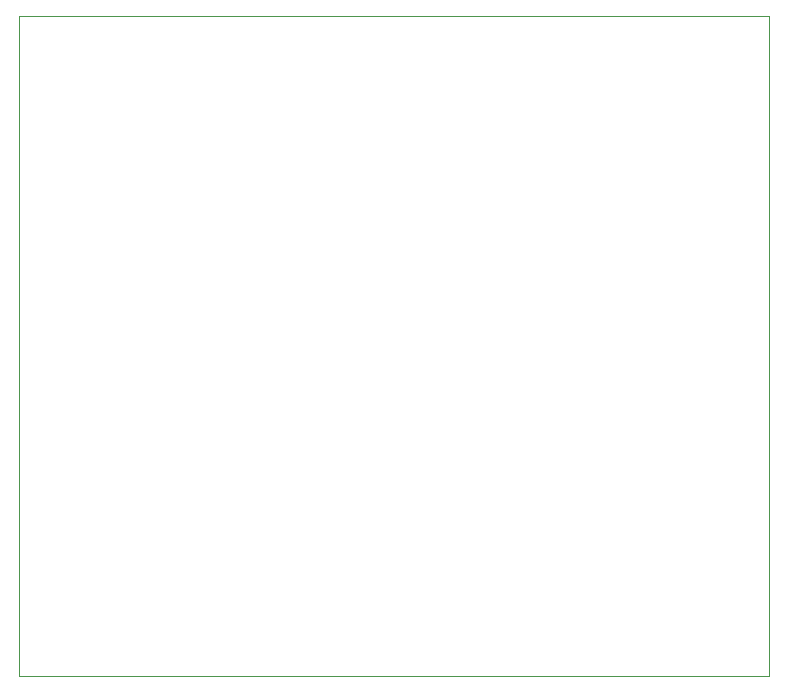
<source format=gbr>
%TF.GenerationSoftware,KiCad,Pcbnew,8.0.6*%
%TF.CreationDate,2024-12-05T17:11:55+01:00*%
%TF.ProjectId,Kabelsperma,4b616265-6c73-4706-9572-6d612e6b6963,rev?*%
%TF.SameCoordinates,Original*%
%TF.FileFunction,Profile,NP*%
%FSLAX46Y46*%
G04 Gerber Fmt 4.6, Leading zero omitted, Abs format (unit mm)*
G04 Created by KiCad (PCBNEW 8.0.6) date 2024-12-05 17:11:55*
%MOMM*%
%LPD*%
G01*
G04 APERTURE LIST*
%TA.AperFunction,Profile*%
%ADD10C,0.050000*%
%TD*%
G04 APERTURE END LIST*
D10*
X109220000Y-45720000D02*
X45720000Y-45720000D01*
X45720000Y-101600000D01*
X109220000Y-101600000D01*
X109220000Y-45720000D01*
M02*

</source>
